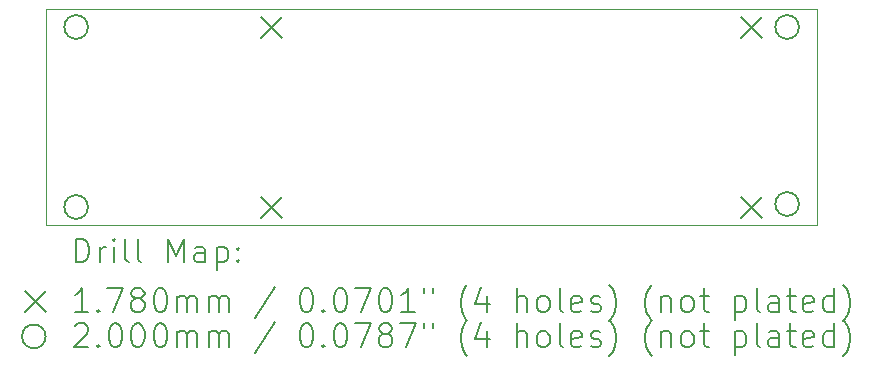
<source format=gbr>
%FSLAX45Y45*%
G04 Gerber Fmt 4.5, Leading zero omitted, Abs format (unit mm)*
G04 Created by KiCad (PCBNEW (6.0.4)) date 2022-06-19 17:23:50*
%MOMM*%
%LPD*%
G01*
G04 APERTURE LIST*
%TA.AperFunction,Profile*%
%ADD10C,0.100000*%
%TD*%
%ADD11C,0.200000*%
%ADD12C,0.178000*%
G04 APERTURE END LIST*
D10*
X18313400Y-8331200D02*
X11785600Y-8331200D01*
X11785600Y-8331200D02*
X11785600Y-10160000D01*
X11785600Y-10160000D02*
X18313400Y-10160000D01*
X18313400Y-10160000D02*
X18313400Y-8331200D01*
D11*
D12*
X13601600Y-8394600D02*
X13779600Y-8572600D01*
X13779600Y-8394600D02*
X13601600Y-8572600D01*
X13601600Y-9918600D02*
X13779600Y-10096600D01*
X13779600Y-9918600D02*
X13601600Y-10096600D01*
X17665600Y-8394600D02*
X17843600Y-8572600D01*
X17843600Y-8394600D02*
X17665600Y-8572600D01*
X17665600Y-9918600D02*
X17843600Y-10096600D01*
X17843600Y-9918600D02*
X17665600Y-10096600D01*
D11*
X12139600Y-8483600D02*
G75*
G03*
X12139600Y-8483600I-100000J0D01*
G01*
X12139600Y-10007600D02*
G75*
G03*
X12139600Y-10007600I-100000J0D01*
G01*
X18159400Y-8483600D02*
G75*
G03*
X18159400Y-8483600I-100000J0D01*
G01*
X18159400Y-9982200D02*
G75*
G03*
X18159400Y-9982200I-100000J0D01*
G01*
X12038219Y-10475476D02*
X12038219Y-10275476D01*
X12085838Y-10275476D01*
X12114409Y-10285000D01*
X12133457Y-10304048D01*
X12142981Y-10323095D01*
X12152505Y-10361190D01*
X12152505Y-10389762D01*
X12142981Y-10427857D01*
X12133457Y-10446905D01*
X12114409Y-10465952D01*
X12085838Y-10475476D01*
X12038219Y-10475476D01*
X12238219Y-10475476D02*
X12238219Y-10342143D01*
X12238219Y-10380238D02*
X12247743Y-10361190D01*
X12257267Y-10351667D01*
X12276314Y-10342143D01*
X12295362Y-10342143D01*
X12362028Y-10475476D02*
X12362028Y-10342143D01*
X12362028Y-10275476D02*
X12352505Y-10285000D01*
X12362028Y-10294524D01*
X12371552Y-10285000D01*
X12362028Y-10275476D01*
X12362028Y-10294524D01*
X12485838Y-10475476D02*
X12466790Y-10465952D01*
X12457267Y-10446905D01*
X12457267Y-10275476D01*
X12590600Y-10475476D02*
X12571552Y-10465952D01*
X12562028Y-10446905D01*
X12562028Y-10275476D01*
X12819171Y-10475476D02*
X12819171Y-10275476D01*
X12885838Y-10418333D01*
X12952505Y-10275476D01*
X12952505Y-10475476D01*
X13133457Y-10475476D02*
X13133457Y-10370714D01*
X13123933Y-10351667D01*
X13104886Y-10342143D01*
X13066790Y-10342143D01*
X13047743Y-10351667D01*
X13133457Y-10465952D02*
X13114409Y-10475476D01*
X13066790Y-10475476D01*
X13047743Y-10465952D01*
X13038219Y-10446905D01*
X13038219Y-10427857D01*
X13047743Y-10408810D01*
X13066790Y-10399286D01*
X13114409Y-10399286D01*
X13133457Y-10389762D01*
X13228695Y-10342143D02*
X13228695Y-10542143D01*
X13228695Y-10351667D02*
X13247743Y-10342143D01*
X13285838Y-10342143D01*
X13304886Y-10351667D01*
X13314409Y-10361190D01*
X13323933Y-10380238D01*
X13323933Y-10437381D01*
X13314409Y-10456429D01*
X13304886Y-10465952D01*
X13285838Y-10475476D01*
X13247743Y-10475476D01*
X13228695Y-10465952D01*
X13409648Y-10456429D02*
X13419171Y-10465952D01*
X13409648Y-10475476D01*
X13400124Y-10465952D01*
X13409648Y-10456429D01*
X13409648Y-10475476D01*
X13409648Y-10351667D02*
X13419171Y-10361190D01*
X13409648Y-10370714D01*
X13400124Y-10361190D01*
X13409648Y-10351667D01*
X13409648Y-10370714D01*
D12*
X11602600Y-10716000D02*
X11780600Y-10894000D01*
X11780600Y-10716000D02*
X11602600Y-10894000D01*
D11*
X12142981Y-10895476D02*
X12028695Y-10895476D01*
X12085838Y-10895476D02*
X12085838Y-10695476D01*
X12066790Y-10724048D01*
X12047743Y-10743095D01*
X12028695Y-10752619D01*
X12228695Y-10876429D02*
X12238219Y-10885952D01*
X12228695Y-10895476D01*
X12219171Y-10885952D01*
X12228695Y-10876429D01*
X12228695Y-10895476D01*
X12304886Y-10695476D02*
X12438219Y-10695476D01*
X12352505Y-10895476D01*
X12542981Y-10781190D02*
X12523933Y-10771667D01*
X12514409Y-10762143D01*
X12504886Y-10743095D01*
X12504886Y-10733571D01*
X12514409Y-10714524D01*
X12523933Y-10705000D01*
X12542981Y-10695476D01*
X12581076Y-10695476D01*
X12600124Y-10705000D01*
X12609648Y-10714524D01*
X12619171Y-10733571D01*
X12619171Y-10743095D01*
X12609648Y-10762143D01*
X12600124Y-10771667D01*
X12581076Y-10781190D01*
X12542981Y-10781190D01*
X12523933Y-10790714D01*
X12514409Y-10800238D01*
X12504886Y-10819286D01*
X12504886Y-10857381D01*
X12514409Y-10876429D01*
X12523933Y-10885952D01*
X12542981Y-10895476D01*
X12581076Y-10895476D01*
X12600124Y-10885952D01*
X12609648Y-10876429D01*
X12619171Y-10857381D01*
X12619171Y-10819286D01*
X12609648Y-10800238D01*
X12600124Y-10790714D01*
X12581076Y-10781190D01*
X12742981Y-10695476D02*
X12762028Y-10695476D01*
X12781076Y-10705000D01*
X12790600Y-10714524D01*
X12800124Y-10733571D01*
X12809648Y-10771667D01*
X12809648Y-10819286D01*
X12800124Y-10857381D01*
X12790600Y-10876429D01*
X12781076Y-10885952D01*
X12762028Y-10895476D01*
X12742981Y-10895476D01*
X12723933Y-10885952D01*
X12714409Y-10876429D01*
X12704886Y-10857381D01*
X12695362Y-10819286D01*
X12695362Y-10771667D01*
X12704886Y-10733571D01*
X12714409Y-10714524D01*
X12723933Y-10705000D01*
X12742981Y-10695476D01*
X12895362Y-10895476D02*
X12895362Y-10762143D01*
X12895362Y-10781190D02*
X12904886Y-10771667D01*
X12923933Y-10762143D01*
X12952505Y-10762143D01*
X12971552Y-10771667D01*
X12981076Y-10790714D01*
X12981076Y-10895476D01*
X12981076Y-10790714D02*
X12990600Y-10771667D01*
X13009648Y-10762143D01*
X13038219Y-10762143D01*
X13057267Y-10771667D01*
X13066790Y-10790714D01*
X13066790Y-10895476D01*
X13162028Y-10895476D02*
X13162028Y-10762143D01*
X13162028Y-10781190D02*
X13171552Y-10771667D01*
X13190600Y-10762143D01*
X13219171Y-10762143D01*
X13238219Y-10771667D01*
X13247743Y-10790714D01*
X13247743Y-10895476D01*
X13247743Y-10790714D02*
X13257267Y-10771667D01*
X13276314Y-10762143D01*
X13304886Y-10762143D01*
X13323933Y-10771667D01*
X13333457Y-10790714D01*
X13333457Y-10895476D01*
X13723933Y-10685952D02*
X13552505Y-10943095D01*
X13981076Y-10695476D02*
X14000124Y-10695476D01*
X14019171Y-10705000D01*
X14028695Y-10714524D01*
X14038219Y-10733571D01*
X14047743Y-10771667D01*
X14047743Y-10819286D01*
X14038219Y-10857381D01*
X14028695Y-10876429D01*
X14019171Y-10885952D01*
X14000124Y-10895476D01*
X13981076Y-10895476D01*
X13962028Y-10885952D01*
X13952505Y-10876429D01*
X13942981Y-10857381D01*
X13933457Y-10819286D01*
X13933457Y-10771667D01*
X13942981Y-10733571D01*
X13952505Y-10714524D01*
X13962028Y-10705000D01*
X13981076Y-10695476D01*
X14133457Y-10876429D02*
X14142981Y-10885952D01*
X14133457Y-10895476D01*
X14123933Y-10885952D01*
X14133457Y-10876429D01*
X14133457Y-10895476D01*
X14266790Y-10695476D02*
X14285838Y-10695476D01*
X14304886Y-10705000D01*
X14314409Y-10714524D01*
X14323933Y-10733571D01*
X14333457Y-10771667D01*
X14333457Y-10819286D01*
X14323933Y-10857381D01*
X14314409Y-10876429D01*
X14304886Y-10885952D01*
X14285838Y-10895476D01*
X14266790Y-10895476D01*
X14247743Y-10885952D01*
X14238219Y-10876429D01*
X14228695Y-10857381D01*
X14219171Y-10819286D01*
X14219171Y-10771667D01*
X14228695Y-10733571D01*
X14238219Y-10714524D01*
X14247743Y-10705000D01*
X14266790Y-10695476D01*
X14400124Y-10695476D02*
X14533457Y-10695476D01*
X14447743Y-10895476D01*
X14647743Y-10695476D02*
X14666790Y-10695476D01*
X14685838Y-10705000D01*
X14695362Y-10714524D01*
X14704886Y-10733571D01*
X14714409Y-10771667D01*
X14714409Y-10819286D01*
X14704886Y-10857381D01*
X14695362Y-10876429D01*
X14685838Y-10885952D01*
X14666790Y-10895476D01*
X14647743Y-10895476D01*
X14628695Y-10885952D01*
X14619171Y-10876429D01*
X14609648Y-10857381D01*
X14600124Y-10819286D01*
X14600124Y-10771667D01*
X14609648Y-10733571D01*
X14619171Y-10714524D01*
X14628695Y-10705000D01*
X14647743Y-10695476D01*
X14904886Y-10895476D02*
X14790600Y-10895476D01*
X14847743Y-10895476D02*
X14847743Y-10695476D01*
X14828695Y-10724048D01*
X14809648Y-10743095D01*
X14790600Y-10752619D01*
X14981076Y-10695476D02*
X14981076Y-10733571D01*
X15057267Y-10695476D02*
X15057267Y-10733571D01*
X15352505Y-10971667D02*
X15342981Y-10962143D01*
X15323933Y-10933571D01*
X15314409Y-10914524D01*
X15304886Y-10885952D01*
X15295362Y-10838333D01*
X15295362Y-10800238D01*
X15304886Y-10752619D01*
X15314409Y-10724048D01*
X15323933Y-10705000D01*
X15342981Y-10676429D01*
X15352505Y-10666905D01*
X15514409Y-10762143D02*
X15514409Y-10895476D01*
X15466790Y-10685952D02*
X15419171Y-10828810D01*
X15542981Y-10828810D01*
X15771552Y-10895476D02*
X15771552Y-10695476D01*
X15857267Y-10895476D02*
X15857267Y-10790714D01*
X15847743Y-10771667D01*
X15828695Y-10762143D01*
X15800124Y-10762143D01*
X15781076Y-10771667D01*
X15771552Y-10781190D01*
X15981076Y-10895476D02*
X15962028Y-10885952D01*
X15952505Y-10876429D01*
X15942981Y-10857381D01*
X15942981Y-10800238D01*
X15952505Y-10781190D01*
X15962028Y-10771667D01*
X15981076Y-10762143D01*
X16009648Y-10762143D01*
X16028695Y-10771667D01*
X16038219Y-10781190D01*
X16047743Y-10800238D01*
X16047743Y-10857381D01*
X16038219Y-10876429D01*
X16028695Y-10885952D01*
X16009648Y-10895476D01*
X15981076Y-10895476D01*
X16162028Y-10895476D02*
X16142981Y-10885952D01*
X16133457Y-10866905D01*
X16133457Y-10695476D01*
X16314409Y-10885952D02*
X16295362Y-10895476D01*
X16257267Y-10895476D01*
X16238219Y-10885952D01*
X16228695Y-10866905D01*
X16228695Y-10790714D01*
X16238219Y-10771667D01*
X16257267Y-10762143D01*
X16295362Y-10762143D01*
X16314409Y-10771667D01*
X16323933Y-10790714D01*
X16323933Y-10809762D01*
X16228695Y-10828810D01*
X16400124Y-10885952D02*
X16419171Y-10895476D01*
X16457267Y-10895476D01*
X16476314Y-10885952D01*
X16485838Y-10866905D01*
X16485838Y-10857381D01*
X16476314Y-10838333D01*
X16457267Y-10828810D01*
X16428695Y-10828810D01*
X16409648Y-10819286D01*
X16400124Y-10800238D01*
X16400124Y-10790714D01*
X16409648Y-10771667D01*
X16428695Y-10762143D01*
X16457267Y-10762143D01*
X16476314Y-10771667D01*
X16552505Y-10971667D02*
X16562028Y-10962143D01*
X16581076Y-10933571D01*
X16590600Y-10914524D01*
X16600124Y-10885952D01*
X16609648Y-10838333D01*
X16609648Y-10800238D01*
X16600124Y-10752619D01*
X16590600Y-10724048D01*
X16581076Y-10705000D01*
X16562028Y-10676429D01*
X16552505Y-10666905D01*
X16914410Y-10971667D02*
X16904886Y-10962143D01*
X16885838Y-10933571D01*
X16876314Y-10914524D01*
X16866790Y-10885952D01*
X16857267Y-10838333D01*
X16857267Y-10800238D01*
X16866790Y-10752619D01*
X16876314Y-10724048D01*
X16885838Y-10705000D01*
X16904886Y-10676429D01*
X16914410Y-10666905D01*
X16990600Y-10762143D02*
X16990600Y-10895476D01*
X16990600Y-10781190D02*
X17000124Y-10771667D01*
X17019171Y-10762143D01*
X17047743Y-10762143D01*
X17066790Y-10771667D01*
X17076314Y-10790714D01*
X17076314Y-10895476D01*
X17200124Y-10895476D02*
X17181076Y-10885952D01*
X17171552Y-10876429D01*
X17162029Y-10857381D01*
X17162029Y-10800238D01*
X17171552Y-10781190D01*
X17181076Y-10771667D01*
X17200124Y-10762143D01*
X17228695Y-10762143D01*
X17247743Y-10771667D01*
X17257267Y-10781190D01*
X17266790Y-10800238D01*
X17266790Y-10857381D01*
X17257267Y-10876429D01*
X17247743Y-10885952D01*
X17228695Y-10895476D01*
X17200124Y-10895476D01*
X17323933Y-10762143D02*
X17400124Y-10762143D01*
X17352505Y-10695476D02*
X17352505Y-10866905D01*
X17362029Y-10885952D01*
X17381076Y-10895476D01*
X17400124Y-10895476D01*
X17619171Y-10762143D02*
X17619171Y-10962143D01*
X17619171Y-10771667D02*
X17638219Y-10762143D01*
X17676314Y-10762143D01*
X17695362Y-10771667D01*
X17704886Y-10781190D01*
X17714410Y-10800238D01*
X17714410Y-10857381D01*
X17704886Y-10876429D01*
X17695362Y-10885952D01*
X17676314Y-10895476D01*
X17638219Y-10895476D01*
X17619171Y-10885952D01*
X17828695Y-10895476D02*
X17809648Y-10885952D01*
X17800124Y-10866905D01*
X17800124Y-10695476D01*
X17990600Y-10895476D02*
X17990600Y-10790714D01*
X17981076Y-10771667D01*
X17962029Y-10762143D01*
X17923933Y-10762143D01*
X17904886Y-10771667D01*
X17990600Y-10885952D02*
X17971552Y-10895476D01*
X17923933Y-10895476D01*
X17904886Y-10885952D01*
X17895362Y-10866905D01*
X17895362Y-10847857D01*
X17904886Y-10828810D01*
X17923933Y-10819286D01*
X17971552Y-10819286D01*
X17990600Y-10809762D01*
X18057267Y-10762143D02*
X18133457Y-10762143D01*
X18085838Y-10695476D02*
X18085838Y-10866905D01*
X18095362Y-10885952D01*
X18114410Y-10895476D01*
X18133457Y-10895476D01*
X18276314Y-10885952D02*
X18257267Y-10895476D01*
X18219171Y-10895476D01*
X18200124Y-10885952D01*
X18190600Y-10866905D01*
X18190600Y-10790714D01*
X18200124Y-10771667D01*
X18219171Y-10762143D01*
X18257267Y-10762143D01*
X18276314Y-10771667D01*
X18285838Y-10790714D01*
X18285838Y-10809762D01*
X18190600Y-10828810D01*
X18457267Y-10895476D02*
X18457267Y-10695476D01*
X18457267Y-10885952D02*
X18438219Y-10895476D01*
X18400124Y-10895476D01*
X18381076Y-10885952D01*
X18371552Y-10876429D01*
X18362029Y-10857381D01*
X18362029Y-10800238D01*
X18371552Y-10781190D01*
X18381076Y-10771667D01*
X18400124Y-10762143D01*
X18438219Y-10762143D01*
X18457267Y-10771667D01*
X18533457Y-10971667D02*
X18542981Y-10962143D01*
X18562029Y-10933571D01*
X18571552Y-10914524D01*
X18581076Y-10885952D01*
X18590600Y-10838333D01*
X18590600Y-10800238D01*
X18581076Y-10752619D01*
X18571552Y-10724048D01*
X18562029Y-10705000D01*
X18542981Y-10676429D01*
X18533457Y-10666905D01*
X11780600Y-11103000D02*
G75*
G03*
X11780600Y-11103000I-100000J0D01*
G01*
X12028695Y-11012524D02*
X12038219Y-11003000D01*
X12057267Y-10993476D01*
X12104886Y-10993476D01*
X12123933Y-11003000D01*
X12133457Y-11012524D01*
X12142981Y-11031571D01*
X12142981Y-11050619D01*
X12133457Y-11079190D01*
X12019171Y-11193476D01*
X12142981Y-11193476D01*
X12228695Y-11174429D02*
X12238219Y-11183952D01*
X12228695Y-11193476D01*
X12219171Y-11183952D01*
X12228695Y-11174429D01*
X12228695Y-11193476D01*
X12362028Y-10993476D02*
X12381076Y-10993476D01*
X12400124Y-11003000D01*
X12409648Y-11012524D01*
X12419171Y-11031571D01*
X12428695Y-11069667D01*
X12428695Y-11117286D01*
X12419171Y-11155381D01*
X12409648Y-11174429D01*
X12400124Y-11183952D01*
X12381076Y-11193476D01*
X12362028Y-11193476D01*
X12342981Y-11183952D01*
X12333457Y-11174429D01*
X12323933Y-11155381D01*
X12314409Y-11117286D01*
X12314409Y-11069667D01*
X12323933Y-11031571D01*
X12333457Y-11012524D01*
X12342981Y-11003000D01*
X12362028Y-10993476D01*
X12552505Y-10993476D02*
X12571552Y-10993476D01*
X12590600Y-11003000D01*
X12600124Y-11012524D01*
X12609648Y-11031571D01*
X12619171Y-11069667D01*
X12619171Y-11117286D01*
X12609648Y-11155381D01*
X12600124Y-11174429D01*
X12590600Y-11183952D01*
X12571552Y-11193476D01*
X12552505Y-11193476D01*
X12533457Y-11183952D01*
X12523933Y-11174429D01*
X12514409Y-11155381D01*
X12504886Y-11117286D01*
X12504886Y-11069667D01*
X12514409Y-11031571D01*
X12523933Y-11012524D01*
X12533457Y-11003000D01*
X12552505Y-10993476D01*
X12742981Y-10993476D02*
X12762028Y-10993476D01*
X12781076Y-11003000D01*
X12790600Y-11012524D01*
X12800124Y-11031571D01*
X12809648Y-11069667D01*
X12809648Y-11117286D01*
X12800124Y-11155381D01*
X12790600Y-11174429D01*
X12781076Y-11183952D01*
X12762028Y-11193476D01*
X12742981Y-11193476D01*
X12723933Y-11183952D01*
X12714409Y-11174429D01*
X12704886Y-11155381D01*
X12695362Y-11117286D01*
X12695362Y-11069667D01*
X12704886Y-11031571D01*
X12714409Y-11012524D01*
X12723933Y-11003000D01*
X12742981Y-10993476D01*
X12895362Y-11193476D02*
X12895362Y-11060143D01*
X12895362Y-11079190D02*
X12904886Y-11069667D01*
X12923933Y-11060143D01*
X12952505Y-11060143D01*
X12971552Y-11069667D01*
X12981076Y-11088714D01*
X12981076Y-11193476D01*
X12981076Y-11088714D02*
X12990600Y-11069667D01*
X13009648Y-11060143D01*
X13038219Y-11060143D01*
X13057267Y-11069667D01*
X13066790Y-11088714D01*
X13066790Y-11193476D01*
X13162028Y-11193476D02*
X13162028Y-11060143D01*
X13162028Y-11079190D02*
X13171552Y-11069667D01*
X13190600Y-11060143D01*
X13219171Y-11060143D01*
X13238219Y-11069667D01*
X13247743Y-11088714D01*
X13247743Y-11193476D01*
X13247743Y-11088714D02*
X13257267Y-11069667D01*
X13276314Y-11060143D01*
X13304886Y-11060143D01*
X13323933Y-11069667D01*
X13333457Y-11088714D01*
X13333457Y-11193476D01*
X13723933Y-10983952D02*
X13552505Y-11241095D01*
X13981076Y-10993476D02*
X14000124Y-10993476D01*
X14019171Y-11003000D01*
X14028695Y-11012524D01*
X14038219Y-11031571D01*
X14047743Y-11069667D01*
X14047743Y-11117286D01*
X14038219Y-11155381D01*
X14028695Y-11174429D01*
X14019171Y-11183952D01*
X14000124Y-11193476D01*
X13981076Y-11193476D01*
X13962028Y-11183952D01*
X13952505Y-11174429D01*
X13942981Y-11155381D01*
X13933457Y-11117286D01*
X13933457Y-11069667D01*
X13942981Y-11031571D01*
X13952505Y-11012524D01*
X13962028Y-11003000D01*
X13981076Y-10993476D01*
X14133457Y-11174429D02*
X14142981Y-11183952D01*
X14133457Y-11193476D01*
X14123933Y-11183952D01*
X14133457Y-11174429D01*
X14133457Y-11193476D01*
X14266790Y-10993476D02*
X14285838Y-10993476D01*
X14304886Y-11003000D01*
X14314409Y-11012524D01*
X14323933Y-11031571D01*
X14333457Y-11069667D01*
X14333457Y-11117286D01*
X14323933Y-11155381D01*
X14314409Y-11174429D01*
X14304886Y-11183952D01*
X14285838Y-11193476D01*
X14266790Y-11193476D01*
X14247743Y-11183952D01*
X14238219Y-11174429D01*
X14228695Y-11155381D01*
X14219171Y-11117286D01*
X14219171Y-11069667D01*
X14228695Y-11031571D01*
X14238219Y-11012524D01*
X14247743Y-11003000D01*
X14266790Y-10993476D01*
X14400124Y-10993476D02*
X14533457Y-10993476D01*
X14447743Y-11193476D01*
X14638219Y-11079190D02*
X14619171Y-11069667D01*
X14609648Y-11060143D01*
X14600124Y-11041095D01*
X14600124Y-11031571D01*
X14609648Y-11012524D01*
X14619171Y-11003000D01*
X14638219Y-10993476D01*
X14676314Y-10993476D01*
X14695362Y-11003000D01*
X14704886Y-11012524D01*
X14714409Y-11031571D01*
X14714409Y-11041095D01*
X14704886Y-11060143D01*
X14695362Y-11069667D01*
X14676314Y-11079190D01*
X14638219Y-11079190D01*
X14619171Y-11088714D01*
X14609648Y-11098238D01*
X14600124Y-11117286D01*
X14600124Y-11155381D01*
X14609648Y-11174429D01*
X14619171Y-11183952D01*
X14638219Y-11193476D01*
X14676314Y-11193476D01*
X14695362Y-11183952D01*
X14704886Y-11174429D01*
X14714409Y-11155381D01*
X14714409Y-11117286D01*
X14704886Y-11098238D01*
X14695362Y-11088714D01*
X14676314Y-11079190D01*
X14781076Y-10993476D02*
X14914409Y-10993476D01*
X14828695Y-11193476D01*
X14981076Y-10993476D02*
X14981076Y-11031571D01*
X15057267Y-10993476D02*
X15057267Y-11031571D01*
X15352505Y-11269667D02*
X15342981Y-11260143D01*
X15323933Y-11231571D01*
X15314409Y-11212524D01*
X15304886Y-11183952D01*
X15295362Y-11136333D01*
X15295362Y-11098238D01*
X15304886Y-11050619D01*
X15314409Y-11022048D01*
X15323933Y-11003000D01*
X15342981Y-10974429D01*
X15352505Y-10964905D01*
X15514409Y-11060143D02*
X15514409Y-11193476D01*
X15466790Y-10983952D02*
X15419171Y-11126810D01*
X15542981Y-11126810D01*
X15771552Y-11193476D02*
X15771552Y-10993476D01*
X15857267Y-11193476D02*
X15857267Y-11088714D01*
X15847743Y-11069667D01*
X15828695Y-11060143D01*
X15800124Y-11060143D01*
X15781076Y-11069667D01*
X15771552Y-11079190D01*
X15981076Y-11193476D02*
X15962028Y-11183952D01*
X15952505Y-11174429D01*
X15942981Y-11155381D01*
X15942981Y-11098238D01*
X15952505Y-11079190D01*
X15962028Y-11069667D01*
X15981076Y-11060143D01*
X16009648Y-11060143D01*
X16028695Y-11069667D01*
X16038219Y-11079190D01*
X16047743Y-11098238D01*
X16047743Y-11155381D01*
X16038219Y-11174429D01*
X16028695Y-11183952D01*
X16009648Y-11193476D01*
X15981076Y-11193476D01*
X16162028Y-11193476D02*
X16142981Y-11183952D01*
X16133457Y-11164905D01*
X16133457Y-10993476D01*
X16314409Y-11183952D02*
X16295362Y-11193476D01*
X16257267Y-11193476D01*
X16238219Y-11183952D01*
X16228695Y-11164905D01*
X16228695Y-11088714D01*
X16238219Y-11069667D01*
X16257267Y-11060143D01*
X16295362Y-11060143D01*
X16314409Y-11069667D01*
X16323933Y-11088714D01*
X16323933Y-11107762D01*
X16228695Y-11126810D01*
X16400124Y-11183952D02*
X16419171Y-11193476D01*
X16457267Y-11193476D01*
X16476314Y-11183952D01*
X16485838Y-11164905D01*
X16485838Y-11155381D01*
X16476314Y-11136333D01*
X16457267Y-11126810D01*
X16428695Y-11126810D01*
X16409648Y-11117286D01*
X16400124Y-11098238D01*
X16400124Y-11088714D01*
X16409648Y-11069667D01*
X16428695Y-11060143D01*
X16457267Y-11060143D01*
X16476314Y-11069667D01*
X16552505Y-11269667D02*
X16562028Y-11260143D01*
X16581076Y-11231571D01*
X16590600Y-11212524D01*
X16600124Y-11183952D01*
X16609648Y-11136333D01*
X16609648Y-11098238D01*
X16600124Y-11050619D01*
X16590600Y-11022048D01*
X16581076Y-11003000D01*
X16562028Y-10974429D01*
X16552505Y-10964905D01*
X16914410Y-11269667D02*
X16904886Y-11260143D01*
X16885838Y-11231571D01*
X16876314Y-11212524D01*
X16866790Y-11183952D01*
X16857267Y-11136333D01*
X16857267Y-11098238D01*
X16866790Y-11050619D01*
X16876314Y-11022048D01*
X16885838Y-11003000D01*
X16904886Y-10974429D01*
X16914410Y-10964905D01*
X16990600Y-11060143D02*
X16990600Y-11193476D01*
X16990600Y-11079190D02*
X17000124Y-11069667D01*
X17019171Y-11060143D01*
X17047743Y-11060143D01*
X17066790Y-11069667D01*
X17076314Y-11088714D01*
X17076314Y-11193476D01*
X17200124Y-11193476D02*
X17181076Y-11183952D01*
X17171552Y-11174429D01*
X17162029Y-11155381D01*
X17162029Y-11098238D01*
X17171552Y-11079190D01*
X17181076Y-11069667D01*
X17200124Y-11060143D01*
X17228695Y-11060143D01*
X17247743Y-11069667D01*
X17257267Y-11079190D01*
X17266790Y-11098238D01*
X17266790Y-11155381D01*
X17257267Y-11174429D01*
X17247743Y-11183952D01*
X17228695Y-11193476D01*
X17200124Y-11193476D01*
X17323933Y-11060143D02*
X17400124Y-11060143D01*
X17352505Y-10993476D02*
X17352505Y-11164905D01*
X17362029Y-11183952D01*
X17381076Y-11193476D01*
X17400124Y-11193476D01*
X17619171Y-11060143D02*
X17619171Y-11260143D01*
X17619171Y-11069667D02*
X17638219Y-11060143D01*
X17676314Y-11060143D01*
X17695362Y-11069667D01*
X17704886Y-11079190D01*
X17714410Y-11098238D01*
X17714410Y-11155381D01*
X17704886Y-11174429D01*
X17695362Y-11183952D01*
X17676314Y-11193476D01*
X17638219Y-11193476D01*
X17619171Y-11183952D01*
X17828695Y-11193476D02*
X17809648Y-11183952D01*
X17800124Y-11164905D01*
X17800124Y-10993476D01*
X17990600Y-11193476D02*
X17990600Y-11088714D01*
X17981076Y-11069667D01*
X17962029Y-11060143D01*
X17923933Y-11060143D01*
X17904886Y-11069667D01*
X17990600Y-11183952D02*
X17971552Y-11193476D01*
X17923933Y-11193476D01*
X17904886Y-11183952D01*
X17895362Y-11164905D01*
X17895362Y-11145857D01*
X17904886Y-11126810D01*
X17923933Y-11117286D01*
X17971552Y-11117286D01*
X17990600Y-11107762D01*
X18057267Y-11060143D02*
X18133457Y-11060143D01*
X18085838Y-10993476D02*
X18085838Y-11164905D01*
X18095362Y-11183952D01*
X18114410Y-11193476D01*
X18133457Y-11193476D01*
X18276314Y-11183952D02*
X18257267Y-11193476D01*
X18219171Y-11193476D01*
X18200124Y-11183952D01*
X18190600Y-11164905D01*
X18190600Y-11088714D01*
X18200124Y-11069667D01*
X18219171Y-11060143D01*
X18257267Y-11060143D01*
X18276314Y-11069667D01*
X18285838Y-11088714D01*
X18285838Y-11107762D01*
X18190600Y-11126810D01*
X18457267Y-11193476D02*
X18457267Y-10993476D01*
X18457267Y-11183952D02*
X18438219Y-11193476D01*
X18400124Y-11193476D01*
X18381076Y-11183952D01*
X18371552Y-11174429D01*
X18362029Y-11155381D01*
X18362029Y-11098238D01*
X18371552Y-11079190D01*
X18381076Y-11069667D01*
X18400124Y-11060143D01*
X18438219Y-11060143D01*
X18457267Y-11069667D01*
X18533457Y-11269667D02*
X18542981Y-11260143D01*
X18562029Y-11231571D01*
X18571552Y-11212524D01*
X18581076Y-11183952D01*
X18590600Y-11136333D01*
X18590600Y-11098238D01*
X18581076Y-11050619D01*
X18571552Y-11022048D01*
X18562029Y-11003000D01*
X18542981Y-10974429D01*
X18533457Y-10964905D01*
M02*

</source>
